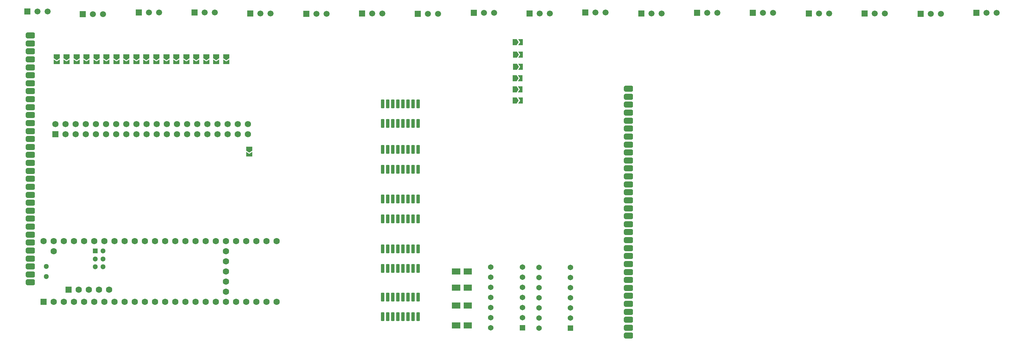
<source format=gbr>
%TF.GenerationSoftware,KiCad,Pcbnew,8.0.3-1.fc40*%
%TF.CreationDate,2024-06-20T14:07:15-04:00*%
%TF.ProjectId,sensor_bar_unified_muxing_1,73656e73-6f72-45f6-9261-725f756e6966,rev?*%
%TF.SameCoordinates,Original*%
%TF.FileFunction,Soldermask,Top*%
%TF.FilePolarity,Negative*%
%FSLAX46Y46*%
G04 Gerber Fmt 4.6, Leading zero omitted, Abs format (unit mm)*
G04 Created by KiCad (PCBNEW 8.0.3-1.fc40) date 2024-06-20 14:07:15*
%MOMM*%
%LPD*%
G01*
G04 APERTURE LIST*
G04 Aperture macros list*
%AMRoundRect*
0 Rectangle with rounded corners*
0 $1 Rounding radius*
0 $2 $3 $4 $5 $6 $7 $8 $9 X,Y pos of 4 corners*
0 Add a 4 corners polygon primitive as box body*
4,1,4,$2,$3,$4,$5,$6,$7,$8,$9,$2,$3,0*
0 Add four circle primitives for the rounded corners*
1,1,$1+$1,$2,$3*
1,1,$1+$1,$4,$5*
1,1,$1+$1,$6,$7*
1,1,$1+$1,$8,$9*
0 Add four rect primitives between the rounded corners*
20,1,$1+$1,$2,$3,$4,$5,0*
20,1,$1+$1,$4,$5,$6,$7,0*
20,1,$1+$1,$6,$7,$8,$9,0*
20,1,$1+$1,$8,$9,$2,$3,0*%
%AMFreePoly0*
4,1,6,1.000000,0.000000,0.500000,-0.750000,-0.500000,-0.750000,-0.500000,0.750000,0.500000,0.750000,1.000000,0.000000,1.000000,0.000000,$1*%
%AMFreePoly1*
4,1,6,0.500000,-0.750000,-0.650000,-0.750000,-0.150000,0.000000,-0.650000,0.750000,0.500000,0.750000,0.500000,-0.750000,0.500000,-0.750000,$1*%
G04 Aperture macros list end*
%ADD10R,1.500000X1.500000*%
%ADD11C,1.500000*%
%ADD12RoundRect,0.102000X0.585000X0.585000X-0.585000X0.585000X-0.585000X-0.585000X0.585000X-0.585000X0*%
%ADD13C,1.374000*%
%ADD14RoundRect,0.099250X0.297750X-0.987750X0.297750X0.987750X-0.297750X0.987750X-0.297750X-0.987750X0*%
%ADD15FreePoly0,270.000000*%
%ADD16FreePoly1,270.000000*%
%ADD17FreePoly0,180.000000*%
%ADD18FreePoly0,0.000000*%
%ADD19FreePoly1,0.000000*%
%ADD20RoundRect,0.381000X-0.762000X-0.381000X0.762000X-0.381000X0.762000X0.381000X-0.762000X0.381000X0*%
%ADD21RoundRect,0.102000X-0.685000X-0.685000X0.685000X-0.685000X0.685000X0.685000X-0.685000X0.685000X0*%
%ADD22C,1.574000*%
%ADD23R,1.600000X1.600000*%
%ADD24C,1.600000*%
%ADD25R,1.300000X1.300000*%
%ADD26C,1.300000*%
G04 APERTURE END LIST*
D10*
%TO.C,U16*%
X221340000Y-18385000D03*
D11*
X223880000Y-18385000D03*
X226420000Y-18385000D03*
%TD*%
D12*
%TO.C,BOARDSEL_ENABLE1*%
X149560000Y-97305000D03*
D13*
X149560000Y-94765000D03*
X149560000Y-92225000D03*
X149560000Y-89685000D03*
X149560000Y-87145000D03*
X149560000Y-84605000D03*
X149560000Y-82065000D03*
X141620000Y-82065000D03*
X141620000Y-84605000D03*
X141620000Y-87145000D03*
X141620000Y-89685000D03*
X141620000Y-92225000D03*
X141620000Y-94765000D03*
X141620000Y-97305000D03*
%TD*%
D14*
%TO.C,DG452_0*%
X114475000Y-94505000D03*
X115745000Y-94505000D03*
X117015000Y-94505000D03*
X118285000Y-94505000D03*
X119555000Y-94505000D03*
X120825000Y-94505000D03*
X122095000Y-94505000D03*
X123365000Y-94505000D03*
X123365000Y-89555000D03*
X122095000Y-89555000D03*
X120825000Y-89555000D03*
X119555000Y-89555000D03*
X118285000Y-89555000D03*
X117015000Y-89555000D03*
X115745000Y-89555000D03*
X114475000Y-89555000D03*
%TD*%
D10*
%TO.C,U13*%
X179340000Y-18345000D03*
D11*
X181880000Y-18345000D03*
X184420000Y-18345000D03*
%TD*%
D15*
%TO.C,JP52*%
X42780000Y-29135000D03*
D16*
X42780000Y-30585000D03*
%TD*%
D10*
%TO.C,U15*%
X207340000Y-18185000D03*
D11*
X209880000Y-18185000D03*
X212420000Y-18185000D03*
%TD*%
D10*
%TO.C,U9*%
X123340000Y-18485000D03*
D11*
X125880000Y-18485000D03*
X128420000Y-18485000D03*
%TD*%
D15*
%TO.C,JP53*%
X45280000Y-29135000D03*
D16*
X45280000Y-30585000D03*
%TD*%
D14*
%TO.C,DG452_2*%
X114530000Y-69935000D03*
X115800000Y-69935000D03*
X117070000Y-69935000D03*
X118340000Y-69935000D03*
X119610000Y-69935000D03*
X120880000Y-69935000D03*
X122150000Y-69935000D03*
X123420000Y-69935000D03*
X123420000Y-64985000D03*
X122150000Y-64985000D03*
X120880000Y-64985000D03*
X119610000Y-64985000D03*
X118340000Y-64985000D03*
X117070000Y-64985000D03*
X115800000Y-64985000D03*
X114530000Y-64985000D03*
%TD*%
%TO.C,DG452_3*%
X114475000Y-57460000D03*
X115745000Y-57460000D03*
X117015000Y-57460000D03*
X118285000Y-57460000D03*
X119555000Y-57460000D03*
X120825000Y-57460000D03*
X122095000Y-57460000D03*
X123365000Y-57460000D03*
X123365000Y-52510000D03*
X122095000Y-52510000D03*
X120825000Y-52510000D03*
X119555000Y-52510000D03*
X118285000Y-52510000D03*
X117015000Y-52510000D03*
X115745000Y-52510000D03*
X114475000Y-52510000D03*
%TD*%
D10*
%TO.C,U19*%
X263340000Y-18185000D03*
D11*
X265880000Y-18185000D03*
X268420000Y-18185000D03*
%TD*%
D10*
%TO.C,JP2*%
X135580000Y-91685000D03*
X133180000Y-91685000D03*
D17*
X136380000Y-91685000D03*
D18*
X132380000Y-91685000D03*
%TD*%
D10*
%TO.C,U10*%
X137340000Y-18185000D03*
D11*
X139880000Y-18185000D03*
X142420000Y-18185000D03*
%TD*%
D10*
%TO.C,JP4*%
X135580000Y-83185000D03*
X133180000Y-83185000D03*
D17*
X136380000Y-83185000D03*
D18*
X132380000Y-83185000D03*
%TD*%
D14*
%TO.C,DG45_4*%
X114510000Y-45985000D03*
X115780000Y-45985000D03*
X117050000Y-45985000D03*
X118320000Y-45985000D03*
X119590000Y-45985000D03*
X120860000Y-45985000D03*
X122130000Y-45985000D03*
X123400000Y-45985000D03*
X123400000Y-41035000D03*
X122130000Y-41035000D03*
X120860000Y-41035000D03*
X119590000Y-41035000D03*
X118320000Y-41035000D03*
X117050000Y-41035000D03*
X115780000Y-41035000D03*
X114510000Y-41035000D03*
%TD*%
D18*
%TO.C,JP5*%
X147650000Y-25600000D03*
D19*
X149100000Y-25600000D03*
%TD*%
D10*
%TO.C,U7*%
X95340000Y-18485000D03*
D11*
X97880000Y-18485000D03*
X100420000Y-18485000D03*
%TD*%
D18*
%TO.C,JP25*%
X147600000Y-37400000D03*
D19*
X149050000Y-37400000D03*
%TD*%
D10*
%TO.C,U11*%
X151340000Y-18345000D03*
D11*
X153880000Y-18345000D03*
X156420000Y-18345000D03*
%TD*%
D10*
%TO.C,JP1*%
X135580000Y-96685000D03*
X133180000Y-96685000D03*
D17*
X136380000Y-96685000D03*
D18*
X132380000Y-96685000D03*
%TD*%
D10*
%TO.C,U8*%
X109340000Y-18385000D03*
D11*
X111880000Y-18385000D03*
X114420000Y-18385000D03*
%TD*%
D18*
%TO.C,JP7*%
X147700000Y-31800000D03*
D19*
X149150000Y-31800000D03*
%TD*%
D10*
%TO.C,U6*%
X81340000Y-18345000D03*
D11*
X83880000Y-18345000D03*
X86420000Y-18345000D03*
%TD*%
D15*
%TO.C,JP49*%
X35280000Y-29135000D03*
D16*
X35280000Y-30585000D03*
%TD*%
D15*
%TO.C,JP61*%
X65280000Y-29135000D03*
D16*
X65280000Y-30585000D03*
%TD*%
D15*
%TO.C,JP59*%
X60280000Y-29160000D03*
D16*
X60280000Y-30610000D03*
%TD*%
D15*
%TO.C,JP57*%
X55280000Y-29160000D03*
D16*
X55280000Y-30610000D03*
%TD*%
D15*
%TO.C,JP60*%
X62780000Y-29135000D03*
D16*
X62780000Y-30585000D03*
%TD*%
D15*
%TO.C,JP54*%
X47780000Y-29135000D03*
D16*
X47780000Y-30585000D03*
%TD*%
D10*
%TO.C,U17*%
X235340000Y-18385000D03*
D11*
X237880000Y-18385000D03*
X240420000Y-18385000D03*
%TD*%
D10*
%TO.C,U18*%
X249340000Y-18485000D03*
D11*
X251880000Y-18485000D03*
X254420000Y-18485000D03*
%TD*%
D15*
%TO.C,JP64*%
X72780000Y-29160000D03*
D16*
X72780000Y-30610000D03*
%TD*%
D15*
%TO.C,JP23*%
X81100000Y-52300000D03*
D16*
X81100000Y-53750000D03*
%TD*%
D15*
%TO.C,JP58*%
X57780000Y-29160000D03*
D16*
X57780000Y-30610000D03*
%TD*%
D10*
%TO.C,U12*%
X165340000Y-18145000D03*
D11*
X167880000Y-18145000D03*
X170420000Y-18145000D03*
%TD*%
D18*
%TO.C,JP6*%
X147675000Y-28700000D03*
D19*
X149125000Y-28700000D03*
%TD*%
D18*
%TO.C,JP24*%
X147600000Y-34600000D03*
D19*
X149050000Y-34600000D03*
%TD*%
D10*
%TO.C,U3*%
X39340000Y-18545000D03*
D11*
X41880000Y-18545000D03*
X44420000Y-18545000D03*
%TD*%
D10*
%TO.C,U5*%
X67340000Y-18145000D03*
D11*
X69880000Y-18145000D03*
X72420000Y-18145000D03*
%TD*%
D15*
%TO.C,JP51*%
X40280000Y-29135000D03*
D16*
X40280000Y-30585000D03*
%TD*%
D20*
%TO.C,J2*%
X176180000Y-37285000D03*
X176180000Y-39285000D03*
X176180000Y-41285000D03*
X176180000Y-43285000D03*
X176180000Y-45285000D03*
X176180000Y-47285000D03*
X176180000Y-49285000D03*
X176180000Y-51285000D03*
X176180000Y-53285000D03*
X176180000Y-55285000D03*
X176180000Y-57285000D03*
X176180000Y-59285000D03*
X176180000Y-61285000D03*
X176180000Y-63285000D03*
X176180000Y-65285000D03*
X176180000Y-67285000D03*
X176180000Y-69285000D03*
X176180000Y-71285000D03*
X176180000Y-73285000D03*
X176180000Y-75285000D03*
X176180000Y-77285000D03*
X176180000Y-79285000D03*
X176180000Y-81285000D03*
X176180000Y-83285000D03*
X176180000Y-85285000D03*
X176180000Y-87285000D03*
X176180000Y-89285000D03*
X176180000Y-91285000D03*
X176180000Y-93285000D03*
X176180000Y-95285000D03*
X176180000Y-97285000D03*
X176180000Y-99285000D03*
%TD*%
%TO.C,J3*%
X26200000Y-23900000D03*
X26200000Y-25900000D03*
X26200000Y-27900000D03*
X26200000Y-29900000D03*
X26200000Y-31900000D03*
X26200000Y-33900000D03*
X26200000Y-35900000D03*
X26200000Y-37900000D03*
X26200000Y-39900000D03*
X26200000Y-41900000D03*
X26200000Y-43900000D03*
X26200000Y-45900000D03*
X26200000Y-47900000D03*
X26200000Y-49900000D03*
X26200000Y-51900000D03*
X26200000Y-53900000D03*
X26200000Y-55900000D03*
X26200000Y-57900000D03*
X26200000Y-59900000D03*
X26200000Y-61900000D03*
X26200000Y-63900000D03*
X26200000Y-65900000D03*
X26200000Y-67900000D03*
X26200000Y-69900000D03*
X26200000Y-71900000D03*
X26200000Y-73900000D03*
X26200000Y-75900000D03*
X26200000Y-77900000D03*
X26200000Y-79900000D03*
X26200000Y-81900000D03*
X26200000Y-83900000D03*
X26200000Y-85900000D03*
%TD*%
D15*
%TO.C,JP50*%
X37780000Y-29135000D03*
D16*
X37780000Y-30585000D03*
%TD*%
D10*
%TO.C,JP3*%
X135580000Y-87185000D03*
X133180000Y-87185000D03*
D17*
X136380000Y-87185000D03*
D18*
X132380000Y-87185000D03*
%TD*%
D15*
%TO.C,JP55*%
X50280000Y-29135000D03*
D16*
X50280000Y-30585000D03*
%TD*%
D14*
%TO.C,DG452_1*%
X114475000Y-82410000D03*
X115745000Y-82410000D03*
X117015000Y-82410000D03*
X118285000Y-82410000D03*
X119555000Y-82410000D03*
X120825000Y-82410000D03*
X122095000Y-82410000D03*
X123365000Y-82410000D03*
X123365000Y-77460000D03*
X122095000Y-77460000D03*
X120825000Y-77460000D03*
X119555000Y-77460000D03*
X118285000Y-77460000D03*
X117015000Y-77460000D03*
X115745000Y-77460000D03*
X114475000Y-77460000D03*
%TD*%
D15*
%TO.C,JP65*%
X75280000Y-29160000D03*
D16*
X75280000Y-30610000D03*
%TD*%
D15*
%TO.C,JP63*%
X70280000Y-29135000D03*
D16*
X70280000Y-30585000D03*
%TD*%
D10*
%TO.C,U2*%
X25440000Y-17845000D03*
D11*
X27980000Y-17845000D03*
X30520000Y-17845000D03*
%TD*%
D15*
%TO.C,JP48*%
X32780000Y-29135000D03*
D16*
X32780000Y-30585000D03*
%TD*%
D21*
%TO.C,interboard connect*%
X32440000Y-48725000D03*
D22*
X32440000Y-46185000D03*
X34980000Y-48725000D03*
X34980000Y-46185000D03*
X37520000Y-48725000D03*
X37520000Y-46185000D03*
X40060000Y-48725000D03*
X40060000Y-46185000D03*
X42600000Y-48725000D03*
X42600000Y-46185000D03*
X45140000Y-48725000D03*
X45140000Y-46185000D03*
X47680000Y-48725000D03*
X47680000Y-46185000D03*
X50220000Y-48725000D03*
X50220000Y-46185000D03*
X52760000Y-48725000D03*
X52760000Y-46185000D03*
X55300000Y-48725000D03*
X55300000Y-46185000D03*
X57840000Y-48725000D03*
X57840000Y-46185000D03*
X60380000Y-48725000D03*
X60380000Y-46185000D03*
X62920000Y-48725000D03*
X62920000Y-46185000D03*
X65460000Y-48725000D03*
X65460000Y-46185000D03*
X68000000Y-48725000D03*
X68000000Y-46185000D03*
X70540000Y-48725000D03*
X70540000Y-46185000D03*
X73080000Y-48725000D03*
X73080000Y-46185000D03*
X75620000Y-48725000D03*
X75620000Y-46185000D03*
X78160000Y-48725000D03*
X78160000Y-46185000D03*
X80700000Y-48725000D03*
X80700000Y-46185000D03*
%TD*%
D23*
%TO.C,U1*%
X29470000Y-90805000D03*
D24*
X32010000Y-90805000D03*
X34550000Y-90805000D03*
X37090000Y-90805000D03*
X39630000Y-90805000D03*
X42170000Y-90805000D03*
X44710000Y-90805000D03*
X47250000Y-90805000D03*
X49790000Y-90805000D03*
X52330000Y-90805000D03*
X54870000Y-90805000D03*
X57410000Y-90805000D03*
X59950000Y-90805000D03*
X62490000Y-90805000D03*
X65030000Y-90805000D03*
X67570000Y-90805000D03*
X70110000Y-90805000D03*
X72650000Y-90805000D03*
X75190000Y-90805000D03*
X77730000Y-90805000D03*
X80270000Y-90805000D03*
X82810000Y-90805000D03*
X85350000Y-90805000D03*
X87890000Y-90805000D03*
X87890000Y-75565000D03*
X85350000Y-75565000D03*
X82810000Y-75565000D03*
X80270000Y-75565000D03*
X77730000Y-75565000D03*
X75190000Y-75565000D03*
X72650000Y-75565000D03*
X70110000Y-75565000D03*
X67570000Y-75565000D03*
X65030000Y-75565000D03*
X62490000Y-75565000D03*
X59950000Y-75565000D03*
X57410000Y-75565000D03*
X54870000Y-75565000D03*
X52330000Y-75565000D03*
X49790000Y-75565000D03*
X47250000Y-75565000D03*
X44710000Y-75565000D03*
X42170000Y-75565000D03*
X39630000Y-75565000D03*
X37090000Y-75565000D03*
X34550000Y-75565000D03*
X32010000Y-75565000D03*
X29470000Y-75565000D03*
X32010000Y-78105000D03*
X75190000Y-88265000D03*
X75190000Y-85725000D03*
X75190000Y-83185000D03*
X75190000Y-80645000D03*
X75190000Y-78105000D03*
D23*
X35769200Y-87754200D03*
D24*
X38309200Y-87754200D03*
X40849200Y-87754200D03*
X43389200Y-87754200D03*
X45929200Y-87754200D03*
D25*
X42440000Y-78003400D03*
D26*
X42440000Y-80003400D03*
X42440000Y-82003400D03*
X44440000Y-82003400D03*
X44440000Y-80003400D03*
X44440000Y-78003400D03*
X30200000Y-81915000D03*
X30200000Y-84455000D03*
%TD*%
D12*
%TO.C,BOARDSEL_CMP1*%
X161620000Y-97345000D03*
D13*
X161620000Y-94805000D03*
X161620000Y-92265000D03*
X161620000Y-89725000D03*
X161620000Y-87185000D03*
X161620000Y-84645000D03*
X161620000Y-82105000D03*
X153680000Y-82105000D03*
X153680000Y-84645000D03*
X153680000Y-87185000D03*
X153680000Y-89725000D03*
X153680000Y-92265000D03*
X153680000Y-94805000D03*
X153680000Y-97345000D03*
%TD*%
D10*
%TO.C,U14*%
X193340000Y-18185000D03*
D11*
X195880000Y-18185000D03*
X198420000Y-18185000D03*
%TD*%
D15*
%TO.C,JP56*%
X52780000Y-29160000D03*
D16*
X52780000Y-30610000D03*
%TD*%
D15*
%TO.C,JP62*%
X67780000Y-29135000D03*
D16*
X67780000Y-30585000D03*
%TD*%
D10*
%TO.C,U4*%
X53340000Y-18145000D03*
D11*
X55880000Y-18145000D03*
X58420000Y-18145000D03*
%TD*%
D18*
%TO.C,JP26*%
X147650000Y-40200000D03*
D19*
X149100000Y-40200000D03*
%TD*%
M02*

</source>
